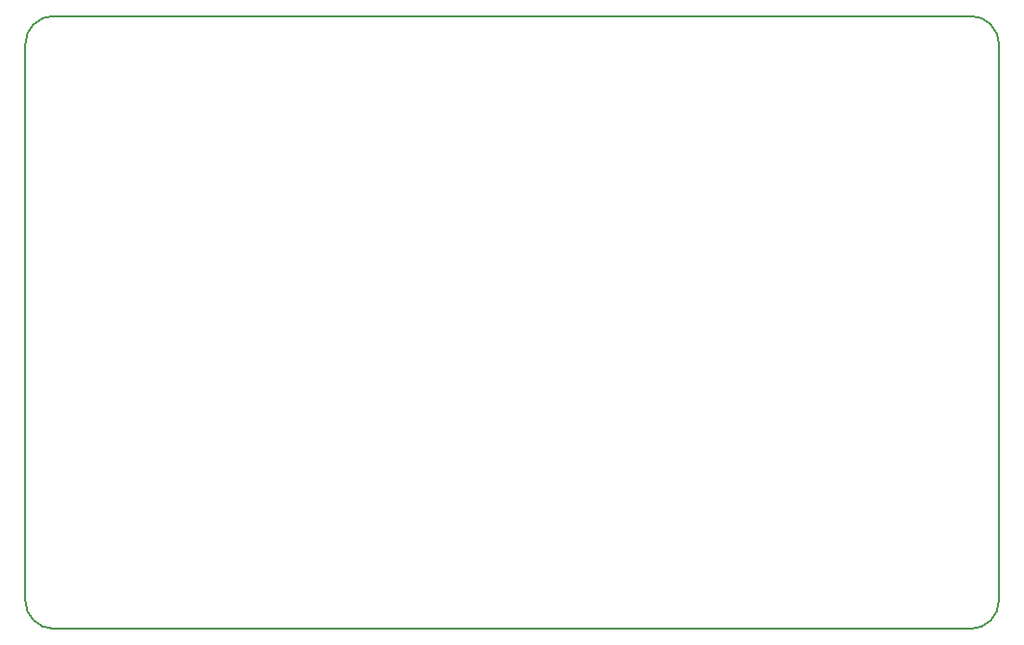
<source format=gbr>
%TF.GenerationSoftware,KiCad,Pcbnew,7.0.9*%
%TF.CreationDate,2023-12-13T15:21:18+08:00*%
%TF.ProjectId,drawing,64726177-696e-4672-9e6b-696361645f70,rev?*%
%TF.SameCoordinates,Original*%
%TF.FileFunction,Profile,NP*%
%FSLAX46Y46*%
G04 Gerber Fmt 4.6, Leading zero omitted, Abs format (unit mm)*
G04 Created by KiCad (PCBNEW 7.0.9) date 2023-12-13 15:21:18*
%MOMM*%
%LPD*%
G01*
G04 APERTURE LIST*
%TA.AperFunction,Profile*%
%ADD10C,0.150000*%
%TD*%
G04 APERTURE END LIST*
D10*
X106357000Y-71388600D02*
X106273600Y-71388600D01*
X186773600Y-125288600D02*
X186857000Y-125288600D01*
X103773600Y-122788600D02*
G75*
G03*
X106273600Y-125288600I2500000J0D01*
G01*
X186857000Y-125288600D02*
G75*
G03*
X189357000Y-122788600I0J2500000D01*
G01*
X103773600Y-73888600D02*
X103773600Y-122788600D01*
X106273600Y-125288600D02*
X186773600Y-125288600D01*
X106273600Y-71388600D02*
G75*
G03*
X103773600Y-73888600I0J-2500000D01*
G01*
X186857000Y-71388600D02*
X106357000Y-71388600D01*
X189357000Y-122788600D02*
X189357000Y-73888600D01*
X189357000Y-73888600D02*
G75*
G03*
X186857000Y-71388600I-2500000J0D01*
G01*
M02*

</source>
